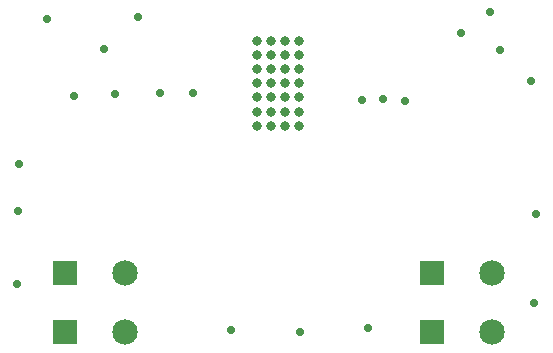
<source format=gbs>
G04*
G04 #@! TF.GenerationSoftware,Altium Limited,Altium Designer,20.1.12 (249)*
G04*
G04 Layer_Color=16711935*
%FSLAX44Y44*%
%MOMM*%
G71*
G04*
G04 #@! TF.SameCoordinates,04BF7026-1835-46FC-AA2D-A1D278024C7A*
G04*
G04*
G04 #@! TF.FilePolarity,Negative*
G04*
G01*
G75*
%ADD33R,2.1532X2.1532*%
%ADD34C,2.1532*%
%ADD35C,0.7016*%
%ADD41C,0.8032*%
D33*
X354300Y87500D02*
D03*
Y37500D02*
D03*
X43300Y87500D02*
D03*
Y37500D02*
D03*
D34*
X405100Y87500D02*
D03*
Y37500D02*
D03*
X94100Y87500D02*
D03*
Y37500D02*
D03*
D35*
X300250Y40500D02*
D03*
X242500Y37750D02*
D03*
X183750Y39250D02*
D03*
X411500Y275750D02*
D03*
X76500Y277000D02*
D03*
X403750Y308000D02*
D03*
X105250Y304500D02*
D03*
X28750Y302000D02*
D03*
X51000Y237000D02*
D03*
X86250Y239250D02*
D03*
X123750Y240000D02*
D03*
X152000D02*
D03*
X331750Y232750D02*
D03*
X312500Y234500D02*
D03*
X295000Y233750D02*
D03*
X378750Y290500D02*
D03*
X437750Y250000D02*
D03*
X442500Y137000D02*
D03*
X441000Y61750D02*
D03*
X3250Y78250D02*
D03*
X4000Y140000D02*
D03*
X4750Y179500D02*
D03*
D41*
X206000Y212050D02*
D03*
Y224050D02*
D03*
Y236050D02*
D03*
Y248050D02*
D03*
Y260050D02*
D03*
Y272050D02*
D03*
Y284050D02*
D03*
X218000Y212050D02*
D03*
Y224050D02*
D03*
Y236050D02*
D03*
Y260050D02*
D03*
Y272050D02*
D03*
Y284050D02*
D03*
X230000Y212050D02*
D03*
Y224050D02*
D03*
Y236050D02*
D03*
Y248050D02*
D03*
Y260050D02*
D03*
Y272050D02*
D03*
Y284050D02*
D03*
X242000Y212050D02*
D03*
Y224050D02*
D03*
Y236050D02*
D03*
Y248050D02*
D03*
Y260050D02*
D03*
Y272050D02*
D03*
Y284050D02*
D03*
X218000Y248050D02*
D03*
M02*

</source>
